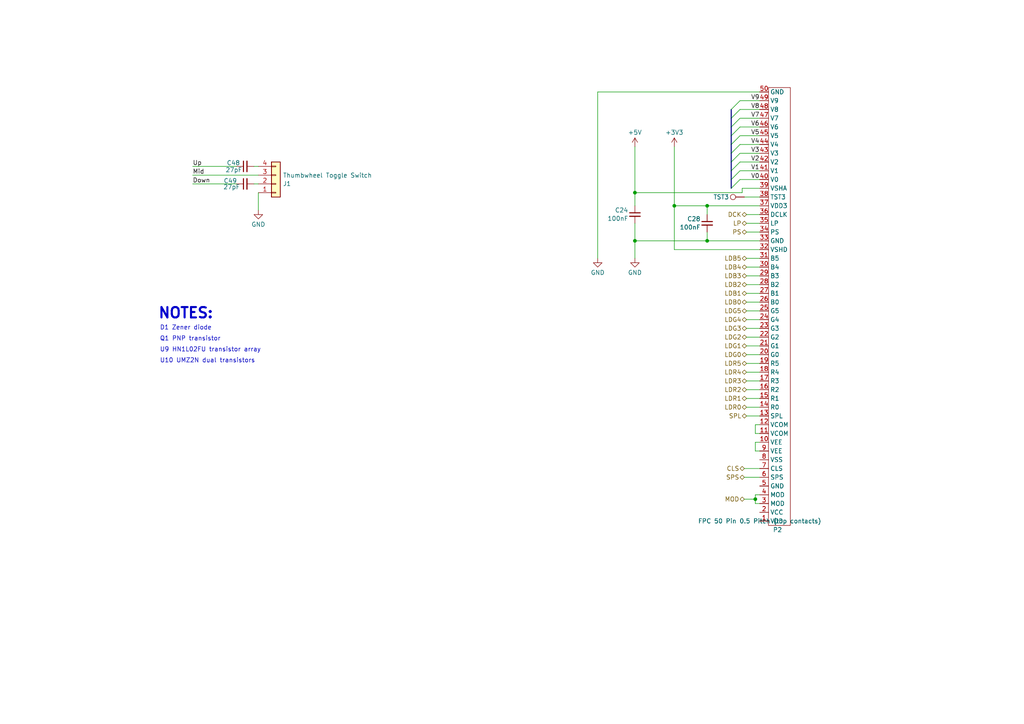
<source format=kicad_sch>
(kicad_sch (version 20250114) (generator "eeschema") (generator_version "9.0")
  (paper "A4")
  (title_block (title "Yet Another Pocket Color (YAP)") (company "NatalieTheNerd.com"))
  (lib_symbols
    (symbol "CGB:Screen_CGB"
      (property "Reference" "P" (at 0 1.27 0))
      (symbol "Screen_CGB_0_0"
        (pin unspecified line (at 0 0 0) (length 2.54) (name "VDD") (number "1"))
        (pin unspecified line (at 0 -2.54 0) (length 2.54) (name "VCC") (number "2"))
        (pin unspecified line (at 0 -5.08 0) (length 2.54) (name "MOD") (number "3"))
        (pin unspecified line (at 0 -7.62 0) (length 2.54) (name "MOD") (number "4"))
        (pin unspecified line (at 0 -10.16 0) (length 2.54) (name "GND") (number "5"))
        (pin unspecified line (at 0 -12.7 0) (length 2.54) (name "SPS") (number "6"))
        (pin unspecified line (at 0 -15.24 0) (length 2.54) (name "CLS") (number "7"))
        (pin unspecified line (at 0 -17.78 0) (length 2.54) (name "VSS") (number "8"))
        (pin unspecified line (at 0 -20.32 0) (length 2.54) (name "VEE") (number "9"))
        (pin unspecified line (at 0 -22.86 0) (length 2.54) (name "VEE") (number "10"))
        (pin unspecified line (at 0 -25.4 0) (length 2.54) (name "VCOM") (number "11"))
        (pin unspecified line (at 0 -27.94 0) (length 2.54) (name "VCOM") (number "12"))
        (pin unspecified line (at 0 -30.48 0) (length 2.54) (name "SPL") (number "13"))
        (pin unspecified line (at 0 -33.02 0) (length 2.54) (name "R0") (number "14"))
        (pin unspecified line (at 0 -35.56 0) (length 2.54) (name "R1") (number "15"))
        (pin unspecified line (at 0 -38.1 0) (length 2.54) (name "R2") (number "16"))
        (pin unspecified line (at 0 -40.64 0) (length 2.54) (name "R3") (number "17"))
        (pin unspecified line (at 0 -43.18 0) (length 2.54) (name "R4") (number "18"))
        (pin unspecified line (at 0 -45.72 0) (length 2.54) (name "R5") (number "19"))
        (pin unspecified line (at 0 -48.26 0) (length 2.54) (name "G0") (number "20"))
        (pin unspecified line (at 0 -50.8 0) (length 2.54) (name "G1") (number "21"))
        (pin unspecified line (at 0 -53.34 0) (length 2.54) (name "G2") (number "22"))
        (pin unspecified line (at 0 -55.88 0) (length 2.54) (name "G3") (number "23"))
        (pin unspecified line (at 0 -58.42 0) (length 2.54) (name "G4") (number "24"))
        (pin unspecified line (at 0 -60.96 0) (length 2.54) (name "G5") (number "25"))
        (pin unspecified line (at 0 -63.5 0) (length 2.54) (name "B0") (number "26"))
        (pin unspecified line (at 0 -66.04 0) (length 2.54) (name "B1") (number "27"))
        (pin unspecified line (at 0 -68.58 0) (length 2.54) (name "B2") (number "28"))
        (pin unspecified line (at 0 -71.12 0) (length 2.54) (name "B3") (number "29"))
        (pin unspecified line (at 0 -73.66 0) (length 2.54) (name "B4") (number "30"))
        (pin unspecified line (at 0 -76.2 0) (length 2.54) (name "B5") (number "31"))
        (pin unspecified line (at 0 -78.74 0) (length 2.54) (name "VSHD") (number "32"))
        (pin unspecified line (at 0 -81.28 0) (length 2.54) (name "GND") (number "33"))
        (pin unspecified line (at 0 -83.82 0) (length 2.54) (name "PS") (number "34"))
        (pin unspecified line (at 0 -86.36 0) (length 2.54) (name "LP") (number "35"))
        (pin unspecified line (at 0 -88.9 0) (length 2.54) (name "DCLK") (number "36"))
        (pin unspecified line (at 0 -91.44 0) (length 2.54) (name "VDD3") (number "37"))
        (pin unspecified line (at 0 -93.98 0) (length 2.54) (name "TST3") (number "38"))
        (pin unspecified line (at 0 -96.52 0) (length 2.54) (name "VSHA") (number "39"))
        (pin unspecified line (at 0 -99.06 0) (length 2.54) (name "V0") (number "40"))
        (pin unspecified line (at 0 -101.6 0) (length 2.54) (name "V1") (number "41"))
        (pin unspecified line (at 0 -104.14 0) (length 2.54) (name "V2") (number "42"))
        (pin unspecified line (at 0 -106.68 0) (length 2.54) (name "V3") (number "43"))
        (pin unspecified line (at 0 -109.22 0) (length 2.54) (name "V4") (number "44"))
        (pin unspecified line (at 0 -111.76 0) (length 2.54) (name "V5") (number "45"))
        (pin unspecified line (at 0 -114.3 0) (length 2.54) (name "V6") (number "46"))
        (pin unspecified line (at 0 -116.84 0) (length 2.54) (name "V7") (number "47"))
        (pin unspecified line (at 0 -119.38 0) (length 2.54) (name "V8") (number "48"))
        (pin unspecified line (at 0 -121.92 0) (length 2.54) (name "V9") (number "49"))
        (pin unspecified line (at 0 -124.46 0) (length 2.54) (name "GND") (number "50"))
      )
      (symbol "Screen_CGB_0_1"
        (rectangle (start 2.54 1.27) (end 8.89 -125.73))
      )
    )
    (symbol "Connector:TestPoint" (pin_numbers (hide yes)) (pin_names (offset 0.762) (hide yes))
      (property "Reference" "TP" (at 0 6.858 0))
      (property "Value" "TestPoint" (at 0 5.08 0))
      (symbol "TestPoint_0_1"
        (circle (center 0 3.302) (radius 0.762))
      )
      (symbol "TestPoint_1_1"
        (pin passive line (at 0 0 90) (length 2.54) (name "1") (number "1"))
      )
    )
    (symbol "Connector_Generic:Conn_01x04" (pin_names (offset 1.016) (hide yes))
      (property "Reference" "J" (at 0 5.08 0))
      (property "Value" "Conn_01x04" (at 0 -7.62 0))
      (symbol "Conn_01x04_1_1"
        (rectangle (start -1.27 3.81) (end 1.27 -6.35) (stroke (width 0.254)) (fill (type background)))
        (rectangle (start -1.27 2.667) (end 0 2.413) (stroke (width 0.1524)))
        (rectangle (start -1.27 0.127) (end 0 -0.127) (stroke (width 0.1524)))
        (rectangle (start -1.27 -2.413) (end 0 -2.667) (stroke (width 0.1524)))
        (rectangle (start -1.27 -4.953) (end 0 -5.207) (stroke (width 0.1524)))
        (pin passive line (at -5.08 2.54 0) (length 3.81) (name "Pin_1") (number "1"))
        (pin passive line (at -5.08 0 0) (length 3.81) (name "Pin_2") (number "2"))
        (pin passive line (at -5.08 -2.54 0) (length 3.81) (name "Pin_3") (number "3"))
        (pin passive line (at -5.08 -5.08 0) (length 3.81) (name "Pin_4") (number "4"))
      )
    )
    (symbol "Device:C_Small" (pin_numbers (hide yes)) (pin_names (offset 0.254) (hide yes))
      (property "Reference" "C" (at 0.254 1.778 0))
      (property "Value" "C_Small" (at 0.254 -2.032 0))
      (symbol "C_Small_0_1"
        (polyline (pts (xy -1.524 0.508) (xy 1.524 0.508)) (stroke (width 0.3048)))
        (polyline (pts (xy -1.524 -0.508) (xy 1.524 -0.508)) (stroke (width 0.3302)))
      )
      (symbol "C_Small_1_1"
        (pin passive line (at 0 2.54 270) (length 2.032) (name "~") (number "1"))
        (pin passive line (at 0 -2.54 90) (length 2.032) (name "~") (number "2"))
      )
    )
    (symbol "power:+3V3" (power) (pin_names (offset 0))
      (property "Value" "+3V3" (at 0 3.556 0))
      (symbol "+3V3_0_1"
        (polyline (pts (xy -0.762 1.27) (xy 0 2.54)))
        (polyline (pts (xy 0 2.54) (xy 0.762 1.27)))
        (polyline (pts (xy 0 0) (xy 0 2.54)))
      )
      (symbol "+3V3_1_1"
        (pin power_in line (at 0 0 90) (length 0) (hide yes) (name "+3V3") (number "1"))
      )
    )
    (symbol "power:+5V" (power) (pin_names (offset 0))
      (property "Value" "+5V" (at 0 3.556 0))
      (symbol "+5V_0_1"
        (polyline (pts (xy -0.762 1.27) (xy 0 2.54)))
        (polyline (pts (xy 0 2.54) (xy 0.762 1.27)))
        (polyline (pts (xy 0 0) (xy 0 2.54)))
      )
      (symbol "+5V_1_1"
        (pin power_in line (at 0 0 90) (length 0) (hide yes) (name "+5V") (number "1"))
      )
    )
    (symbol "power:GND" (power) (pin_names (offset 0))
      (property "Value" "GND" (at 0 -3.81 0))
      (symbol "GND_0_1"
        (polyline (pts (xy 0 0) (xy 0 -1.27) (xy 1.27 -1.27) (xy 0 -2.54) (xy -1.27 -1.27) (xy 0 -1.27)))
      )
      (symbol "GND_1_1"
        (pin power_in line (at 0 0 270) (length 0) (hide yes) (name "GND") (number "1"))
      )
    )
  )
  (text "U9 HN1L02FU transistor array" (at 46.355 102.235 0) (effects (font (size 1.27 1.27)) (justify left bottom)))
  (text "D1 Zener diode" (at 46.355 95.885 0) (effects (font (size 1.27 1.27)) (justify left bottom)))
  (text "Q1 PNP transistor" (at 46.355 99.06 0) (effects (font (size 1.27 1.27)) (justify left bottom)))
  (text "NOTES:" (at 45.72 92.71 0) (effects (font (size 3 3) (thickness 0.6) (bold yes)) (justify left bottom)))
  (text "U10 UMZ2N dual transistors" (at 46.355 105.41 0) (effects (font (size 1.27 1.27)) (justify left bottom)))
  (junction (at 219.075 144.78))
  (junction (at 205.105 69.85))
  (junction (at 205.105 59.69))
  (junction (at 184.15 69.85))
  (junction (at 195.58 59.69))
  (junction (at 184.15 55.88))
  (bus_entry (at 214.63 39.37) (size -2.54 2.54))
  (bus_entry (at 214.63 46.99) (size -2.54 2.54))
  (bus_entry (at 214.63 52.07) (size -2.54 2.54))
  (bus_entry (at 212.09 36.83) (size 2.54 -2.54))
  (bus_entry (at 214.63 49.53) (size -2.54 2.54))
  (bus_entry (at 214.63 44.45) (size -2.54 2.54))
  (bus_entry (at 212.09 39.37) (size 2.54 -2.54))
  (bus_entry (at 212.09 34.29) (size 2.54 -2.54))
  (bus_entry (at 214.63 41.91) (size -2.54 2.54))
  (bus_entry (at 212.09 31.75) (size 2.54 -2.54))
  (wire (pts (xy 219.075 128.27) (xy 219.075 130.81)))
  (wire (pts (xy 214.63 49.53) (xy 220.345 49.53)))
  (wire (pts (xy 220.345 128.27) (xy 219.075 128.27)))
  (wire (pts (xy 216.535 95.25) (xy 220.345 95.25)))
  (wire (pts (xy 216.535 67.31) (xy 220.345 67.31)))
  (bus (pts (xy 212.09 52.07) (xy 212.09 54.61)))
  (wire (pts (xy 215.265 55.88) (xy 184.15 55.88)))
  (wire (pts (xy 214.63 39.37) (xy 220.345 39.37)))
  (wire (pts (xy 205.105 69.85) (xy 220.345 69.85)))
  (wire (pts (xy 74.93 60.96) (xy 74.93 55.88)))
  (wire (pts (xy 216.535 62.23) (xy 220.345 62.23)))
  (bus (pts (xy 212.09 46.99) (xy 212.09 49.53)))
  (wire (pts (xy 216.535 82.55) (xy 220.345 82.55)))
  (wire (pts (xy 195.58 72.39) (xy 220.345 72.39)))
  (wire (pts (xy 216.535 113.03) (xy 220.345 113.03)))
  (wire (pts (xy 216.535 97.79) (xy 220.345 97.79)))
  (wire (pts (xy 184.15 55.88) (xy 184.15 59.69)))
  (bus (pts (xy 212.09 36.83) (xy 212.09 39.37)))
  (wire (pts (xy 216.535 118.11) (xy 220.345 118.11)))
  (wire (pts (xy 216.535 80.01) (xy 220.345 80.01)))
  (wire (pts (xy 216.535 105.41) (xy 220.345 105.41)))
  (wire (pts (xy 216.535 92.71) (xy 220.345 92.71)))
  (wire (pts (xy 184.15 69.85) (xy 205.105 69.85)))
  (wire (pts (xy 216.535 107.95) (xy 220.345 107.95)))
  (wire (pts (xy 219.075 125.73) (xy 220.345 125.73)))
  (wire (pts (xy 216.535 64.77) (xy 220.345 64.77)))
  (wire (pts (xy 214.63 29.21) (xy 220.345 29.21)))
  (wire (pts (xy 195.58 59.69) (xy 195.58 72.39)))
  (wire (pts (xy 216.535 85.09) (xy 220.345 85.09)))
  (wire (pts (xy 219.075 143.51) (xy 220.345 143.51)))
  (wire (pts (xy 219.075 146.05) (xy 220.345 146.05)))
  (wire (pts (xy 219.075 123.19) (xy 220.345 123.19)))
  (wire (pts (xy 195.58 59.69) (xy 205.105 59.69)))
  (wire (pts (xy 220.345 54.61) (xy 215.265 54.61)))
  (wire (pts (xy 215.265 54.61) (xy 215.265 55.88)))
  (bus (pts (xy 212.09 39.37) (xy 212.09 41.91)))
  (wire (pts (xy 216.535 110.49) (xy 220.345 110.49)))
  (wire (pts (xy 219.075 144.78) (xy 219.075 146.05)))
  (wire (pts (xy 214.63 41.91) (xy 220.345 41.91)))
  (wire (pts (xy 219.075 123.19) (xy 219.075 125.73)))
  (wire (pts (xy 216.535 77.47) (xy 220.345 77.47)))
  (bus (pts (xy 212.09 34.29) (xy 212.09 36.83)))
  (bus (pts (xy 212.09 44.45) (xy 212.09 46.99)))
  (wire (pts (xy 55.88 48.26) (xy 68.58 48.26)))
  (wire (pts (xy 214.63 31.75) (xy 220.345 31.75)))
  (wire (pts (xy 205.105 59.69) (xy 220.345 59.69)))
  (wire (pts (xy 214.63 36.83) (xy 220.345 36.83)))
  (wire (pts (xy 73.66 53.34) (xy 74.93 53.34)))
  (wire (pts (xy 216.535 100.33) (xy 220.345 100.33)))
  (wire (pts (xy 216.535 87.63) (xy 220.345 87.63)))
  (wire (pts (xy 55.88 53.34) (xy 68.58 53.34)))
  (bus (pts (xy 212.09 49.53) (xy 212.09 52.07)))
  (wire (pts (xy 195.58 42.545) (xy 195.58 59.69)))
  (wire (pts (xy 215.9 138.43) (xy 220.345 138.43)))
  (wire (pts (xy 216.535 90.17) (xy 220.345 90.17)))
  (wire (pts (xy 216.535 102.87) (xy 220.345 102.87)))
  (wire (pts (xy 215.9 144.78) (xy 219.075 144.78)))
  (wire (pts (xy 216.535 120.65) (xy 220.345 120.65)))
  (wire (pts (xy 214.63 52.07) (xy 220.345 52.07)))
  (wire (pts (xy 184.15 42.545) (xy 184.15 55.88)))
  (wire (pts (xy 205.105 67.31) (xy 205.105 69.85)))
  (wire (pts (xy 214.63 44.45) (xy 220.345 44.45)))
  (wire (pts (xy 216.535 115.57) (xy 220.345 115.57)))
  (wire (pts (xy 214.63 34.29) (xy 220.345 34.29)))
  (wire (pts (xy 215.9 135.89) (xy 220.345 135.89)))
  (wire (pts (xy 205.105 62.23) (xy 205.105 59.69)))
  (wire (pts (xy 219.075 143.51) (xy 219.075 144.78)))
  (wire (pts (xy 215.9 57.15) (xy 220.345 57.15)))
  (wire (pts (xy 184.15 64.77) (xy 184.15 69.85)))
  (wire (pts (xy 214.63 46.99) (xy 220.345 46.99)))
  (wire (pts (xy 219.075 130.81) (xy 220.345 130.81)))
  (wire (pts (xy 173.355 26.67) (xy 173.355 74.93)))
  (wire (pts (xy 55.88 50.8) (xy 74.93 50.8)))
  (wire (pts (xy 73.66 48.26) (xy 74.93 48.26)))
  (wire (pts (xy 173.355 26.67) (xy 220.345 26.67)))
  (wire (pts (xy 184.15 74.93) (xy 184.15 69.85)))
  (wire (pts (xy 216.535 74.93) (xy 220.345 74.93)))
  (bus (pts (xy 212.09 41.91) (xy 212.09 44.45)))
  (bus (pts (xy 212.09 31.75) (xy 212.09 34.29)))
  (label "V9" (at 217.805 29.21 0))
  (label "V2" (at 217.805 46.99 0))
  (label "V6" (at 217.805 36.83 0))
  (label "Up" (at 55.88 48.26 0))
  (label "V7" (at 217.805 34.29 0))
  (label "V8" (at 217.805 31.75 0))
  (label "V5" (at 217.805 39.37 0))
  (label "V1" (at 217.805 49.53 0))
  (label "Down" (at 55.88 53.34 0))
  (label "V0" (at 217.805 52.07 0))
  (label "Mid" (at 55.88 50.8 0))
  (label "V4" (at 217.805 41.91 0))
  (label "V3" (at 217.805 44.45 0))
  (hierarchical_label "PS" (shape bidirectional) (at 216.535 67.31 180))
  (hierarchical_label "LDG2" (shape bidirectional) (at 216.535 97.79 180))
  (hierarchical_label "LDB4" (shape bidirectional) (at 216.535 77.47 180))
  (hierarchical_label "LDG1" (shape bidirectional) (at 216.535 100.33 180))
  (hierarchical_label "LDB0" (shape bidirectional) (at 216.535 87.63 180))
  (hierarchical_label "DCK" (shape bidirectional) (at 216.535 62.23 180))
  (hierarchical_label "LDG4" (shape bidirectional) (at 216.535 92.71 180))
  (hierarchical_label "LDR0" (shape bidirectional) (at 216.535 118.11 180))
  (hierarchical_label "LDB2" (shape bidirectional) (at 216.535 82.55 180))
  (hierarchical_label "LP" (shape bidirectional) (at 216.535 64.77 180))
  (hierarchical_label "LDG5" (shape bidirectional) (at 216.535 90.17 180))
  (hierarchical_label "CLS" (shape bidirectional) (at 215.9 135.89 180))
  (hierarchical_label "LDB3" (shape bidirectional) (at 216.535 80.01 180))
  (hierarchical_label "LDB5" (shape bidirectional) (at 216.535 74.93 180))
  (hierarchical_label "LDR2" (shape bidirectional) (at 216.535 113.03 180))
  (hierarchical_label "LDR4" (shape bidirectional) (at 216.535 107.95 180))
  (hierarchical_label "LDG3" (shape bidirectional) (at 216.535 95.25 180))
  (hierarchical_label "LDG0" (shape bidirectional) (at 216.535 102.87 180))
  (hierarchical_label "LDB1" (shape bidirectional) (at 216.535 85.09 180))
  (hierarchical_label "MOD" (shape bidirectional) (at 215.9 144.78 180))
  (hierarchical_label "SPL" (shape bidirectional) (at 216.535 120.65 180))
  (hierarchical_label "LDR3" (shape bidirectional) (at 216.535 110.49 180))
  (hierarchical_label "LDR5" (shape bidirectional) (at 216.535 105.41 180))
  (hierarchical_label "LDR1" (shape bidirectional) (at 216.535 115.57 180))
  (hierarchical_label "SPS" (shape bidirectional) (at 215.9 138.43 180))
  (symbol (lib_id "Device:C_Small") (at 205.105 64.77 0) (mirror y) (unit 1)
    (property "Reference" "C28" (at 203.2 63.5 0) (effects (justify left)))
    (property "Value" "100nF" (at 203.2 65.9242 0) (effects (justify left)))
    (property "Footprint" "Capacitor_SMD:C_0603_1608Metric" (effects (hide yes)))
  )
  (symbol (lib_id "Connector_Generic:Conn_01x04") (at 80.01 53.34 0) (mirror x) (unit 1)
    (property "Reference" "J1" (at 82.042 53.2822 0) (effects (justify left)))
    (property "Value" "Thumbwheel Toggle Switch" (at 82.042 50.8579 0) (effects (justify left)))
    (property "Footprint" "customsym:NAV_SWITCH" (effects (hide yes)))
    (property "Description" "Generic connector, single row, 01x04, script generated (kicad-library-utils/schlib/autogen/connector/)" (effects (hide yes)))
  )
  (symbol (lib_id "Device:C_Small") (at 71.12 48.26 90) (unit 1)
    (property "Reference" "C48" (at 67.691 47.244 90))
    (property "Value" "27pF" (at 67.818 49.276 90))
    (property "Footprint" "Resistor_SMD:R_0603_1608Metric" (effects (hide yes)))
    (property "Description" "Unpolarized capacitor, small symbol" (effects (hide yes)))
  )
  (symbol (lib_id "power:GND") (at 74.93 60.96 0) (unit 1)
    (property "Reference" "#PWR076" (effects (hide yes)))
    (property "Value" "GND" (at 74.93 65.0931 0))
  )
  (symbol (lib_id "CGB:Screen_CGB") (at 220.345 151.13 0) (mirror x) (unit 1)
    (property "Reference" "P2" (at 224.155 153.67 0) (effects (justify left)))
    (property "Value" "FPC 50 Pin 0.5 Pitch (top contacts)" (at 220.345 151.13 0))
    (property "Footprint" "CGB:Screen CGB" (effects (hide yes)))
  )
  (symbol (lib_id "Device:C_Small") (at 184.15 62.23 0) (mirror y) (unit 1)
    (property "Reference" "C24" (at 182.245 60.96 0) (effects (justify left)))
    (property "Value" "100nF" (at 182.245 63.3842 0) (effects (justify left)))
    (property "Footprint" "Capacitor_SMD:C_0603_1608Metric" (effects (hide yes)))
  )
  (symbol (lib_id "power:+5V") (at 184.15 42.545 0) (unit 1)
    (property "Reference" "#PWR037" (effects (hide yes)))
    (property "Value" "+5V" (at 184.15 38.4119 0))
  )
  (symbol (lib_id "power:+3V3") (at 195.58 42.545 0) (unit 1)
    (property "Reference" "#PWR036" (effects (hide yes)))
    (property "Value" "+3V3" (at 195.58 38.4119 0))
  )
  (symbol (lib_id "Device:C_Small") (at 71.12 53.34 90) (unit 1)
    (property "Reference" "C49" (at 66.802 52.451 90))
    (property "Value" "27pF" (at 67.183 54.229 90))
    (property "Footprint" "Resistor_SMD:R_0603_1608Metric" (effects (hide yes)))
    (property "Description" "Unpolarized capacitor, small symbol" (effects (hide yes)))
  )
  (symbol (lib_id "power:GND") (at 184.15 74.93 0) (unit 1)
    (property "Reference" "#PWR035" (effects (hide yes)))
    (property "Value" "GND" (at 184.15 79.0631 0))
  )
  (symbol (lib_id "Connector:TestPoint") (at 215.9 57.15 90) (unit 1) (in_bom no)
    (property "Reference" "TST3" (at 211.455 57.15 90) (effects (justify left)))
    (property "Value" "TestPoint" (effects (hide yes)))
  )
  (symbol (lib_id "power:GND") (at 173.355 74.93 0) (unit 1)
    (property "Reference" "#PWR039" (effects (hide yes)))
    (property "Value" "GND" (at 173.355 79.0631 0))
  )
)
</source>
